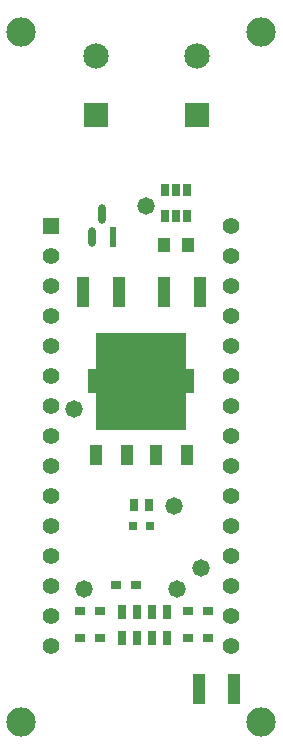
<source format=gbs>
G04*
G04 #@! TF.GenerationSoftware,Altium Limited,Altium Designer,23.3.1 (30)*
G04*
G04 Layer_Color=16711935*
%FSLAX25Y25*%
%MOIN*%
G70*
G04*
G04 #@! TF.SameCoordinates,A76074B7-2CB3-4B1A-B050-79AA5906FBBA*
G04*
G04*
G04 #@! TF.FilePolarity,Negative*
G04*
G01*
G75*
%ADD13C,0.09800*%
%ADD14C,0.05567*%
%ADD15R,0.05567X0.05567*%
%ADD16C,0.08477*%
%ADD17R,0.08477X0.08477*%
%ADD18C,0.05800*%
%ADD24R,0.03937X0.09843*%
%ADD25R,0.03543X0.03150*%
%ADD27R,0.02756X0.03937*%
%ADD29R,0.04352X0.06528*%
%ADD31R,0.03150X0.03150*%
%ADD32R,0.03937X0.04921*%
G04:AMPARAMS|DCode=33|XSize=65.3mil|YSize=24.68mil|CornerRadius=12.34mil|HoleSize=0mil|Usage=FLASHONLY|Rotation=90.000|XOffset=0mil|YOffset=0mil|HoleType=Round|Shape=RoundedRectangle|*
%AMROUNDEDRECTD33*
21,1,0.06530,0.00000,0,0,90.0*
21,1,0.04063,0.02468,0,0,90.0*
1,1,0.02468,0.00000,0.02031*
1,1,0.02468,0.00000,-0.02031*
1,1,0.02468,0.00000,-0.02031*
1,1,0.02468,0.00000,0.02031*
%
%ADD33ROUNDEDRECTD33*%
%ADD34R,0.02468X0.06530*%
%ADD35R,0.35433X0.07874*%
%ADD36R,0.30328X0.12611*%
%ADD37R,0.03162X0.05131*%
%ADD38R,0.03162X0.03950*%
D13*
X90000Y-240000D02*
D03*
X10000D02*
D03*
Y-10000D02*
D03*
X90000D02*
D03*
D14*
X80000Y-74500D02*
D03*
Y-84500D02*
D03*
Y-94500D02*
D03*
Y-104500D02*
D03*
Y-114500D02*
D03*
Y-124500D02*
D03*
Y-134500D02*
D03*
Y-144500D02*
D03*
Y-154500D02*
D03*
Y-164500D02*
D03*
Y-174500D02*
D03*
Y-184500D02*
D03*
Y-194500D02*
D03*
Y-204500D02*
D03*
Y-214500D02*
D03*
X20000D02*
D03*
Y-204500D02*
D03*
Y-194500D02*
D03*
Y-184500D02*
D03*
Y-174500D02*
D03*
Y-164500D02*
D03*
Y-154500D02*
D03*
Y-144500D02*
D03*
Y-134500D02*
D03*
Y-124500D02*
D03*
Y-114500D02*
D03*
Y-104500D02*
D03*
Y-94500D02*
D03*
Y-84500D02*
D03*
D15*
Y-74500D02*
D03*
D16*
X68500Y-18000D02*
D03*
X35000D02*
D03*
D17*
X68500Y-37685D02*
D03*
X35000D02*
D03*
D18*
X62000Y-195500D02*
D03*
X27500Y-135500D02*
D03*
X51500Y-68000D02*
D03*
X31000Y-195500D02*
D03*
X70000Y-188500D02*
D03*
X61000Y-168000D02*
D03*
D24*
X69095Y-229000D02*
D03*
X80905D02*
D03*
X57595Y-96500D02*
D03*
X69405D02*
D03*
X30595D02*
D03*
X42405D02*
D03*
D25*
X48346Y-194294D02*
D03*
X41653D02*
D03*
X72346Y-212000D02*
D03*
X65654D02*
D03*
X72346Y-203000D02*
D03*
X65654D02*
D03*
X29654D02*
D03*
X36346D02*
D03*
X29654Y-212000D02*
D03*
X36346D02*
D03*
D27*
X57760Y-71329D02*
D03*
X61500D02*
D03*
X65240D02*
D03*
Y-62671D02*
D03*
X61500D02*
D03*
X57760D02*
D03*
D29*
X65025Y-151000D02*
D03*
X54975D02*
D03*
X34975D02*
D03*
X45025D02*
D03*
D31*
X47047Y-174500D02*
D03*
X52953D02*
D03*
D32*
X65437Y-81000D02*
D03*
X57563D02*
D03*
D33*
X37000Y-70500D02*
D03*
X33398Y-78191D02*
D03*
D34*
X40602D02*
D03*
D35*
X50002Y-126342D02*
D03*
D36*
X50000Y-116500D02*
D03*
Y-136185D02*
D03*
D37*
X43618Y-211831D02*
D03*
X48539D02*
D03*
X53461D02*
D03*
X58382D02*
D03*
Y-203169D02*
D03*
X53461D02*
D03*
X48539D02*
D03*
X43618D02*
D03*
D38*
X52559Y-167500D02*
D03*
X47441D02*
D03*
M02*

</source>
